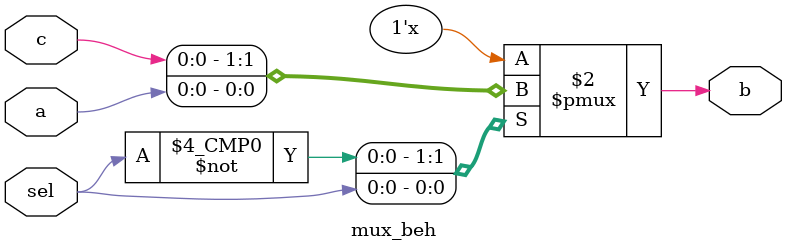
<source format=v>

module mux_beh(input a,c,sel, output reg b);
  always @(*) begin
    case (sel)
      1'b0 : b = c;
      1'b1 : b = a;
    endcase
  end  
endmodule
  

</source>
